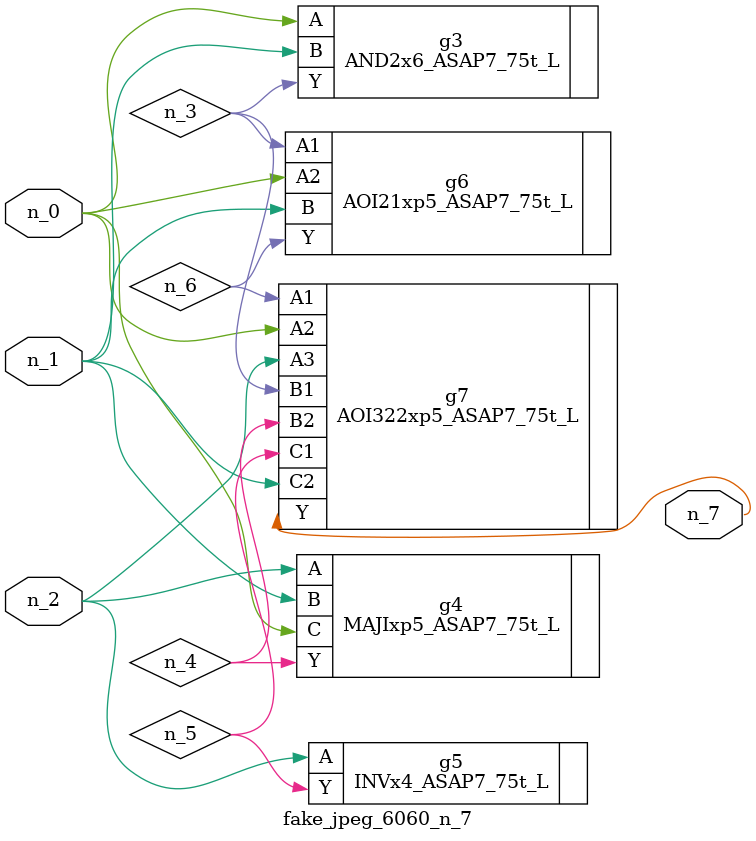
<source format=v>
module fake_jpeg_6060_n_7 (n_0, n_2, n_1, n_7);

input n_0;
input n_2;
input n_1;

output n_7;

wire n_3;
wire n_4;
wire n_6;
wire n_5;

AND2x6_ASAP7_75t_L g3 ( 
.A(n_0),
.B(n_1),
.Y(n_3)
);

MAJIxp5_ASAP7_75t_L g4 ( 
.A(n_2),
.B(n_1),
.C(n_0),
.Y(n_4)
);

INVx4_ASAP7_75t_L g5 ( 
.A(n_2),
.Y(n_5)
);

AOI21xp5_ASAP7_75t_L g6 ( 
.A1(n_3),
.A2(n_0),
.B(n_1),
.Y(n_6)
);

AOI322xp5_ASAP7_75t_L g7 ( 
.A1(n_6),
.A2(n_0),
.A3(n_2),
.B1(n_3),
.B2(n_4),
.C1(n_5),
.C2(n_1),
.Y(n_7)
);


endmodule
</source>
